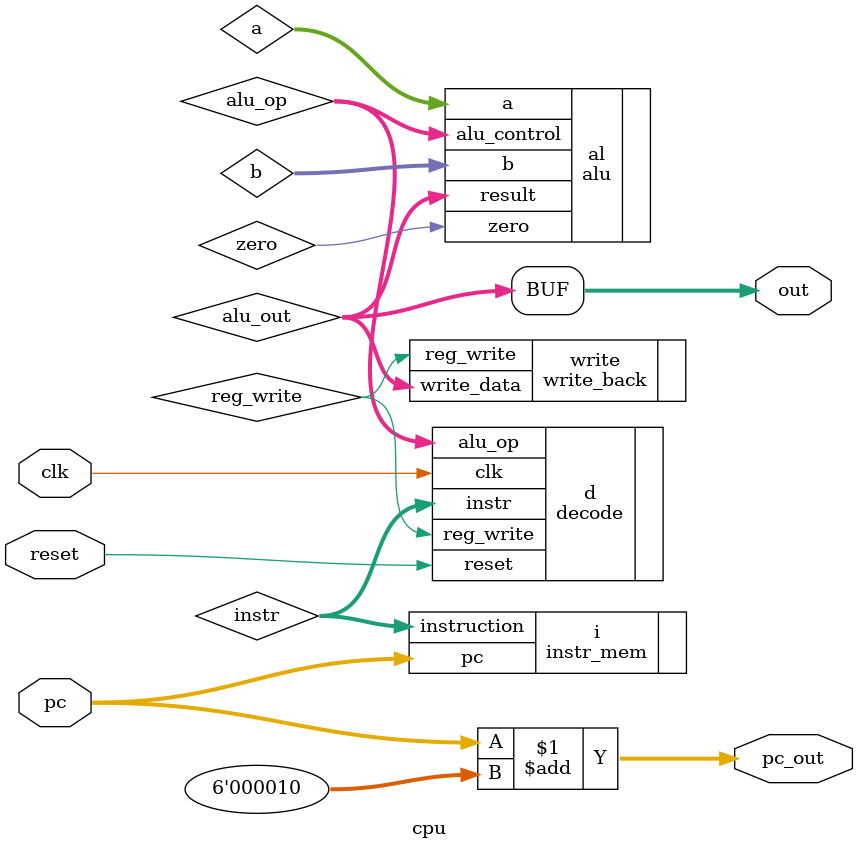
<source format=v>
`include "instr_mem.v"
`include "decode.v"         //its not decode_unit.v
`include "alu.v"
`include "write_back.v"

module cpu(
    output [15:0] out,
    output [5:0] pc_out,
    input [5:0]pc ,
    input clk,reset
);
wire [31:0]instr;
wire [2:0] alu_op;
wire reg_write;
wire zero;
wire [15:0] alu_out;
wire [15:0] a,b;

instr_mem i(.pc(pc), .instruction(instr));
decode d( .instr(instr),
          .reset(reset),
          .clk(clk),
          .alu_op(alu_op),
          .reg_write(reg_write)
);

alu al( .a(a), .b(b), .alu_control(alu_op), .result(alu_out), .zero(zero));

write_back write( .write_data(alu_out), .reg_write(reg_write));


assign out = alu_out;
assign pc_out = pc + 6'd2;

endmodule
</source>
